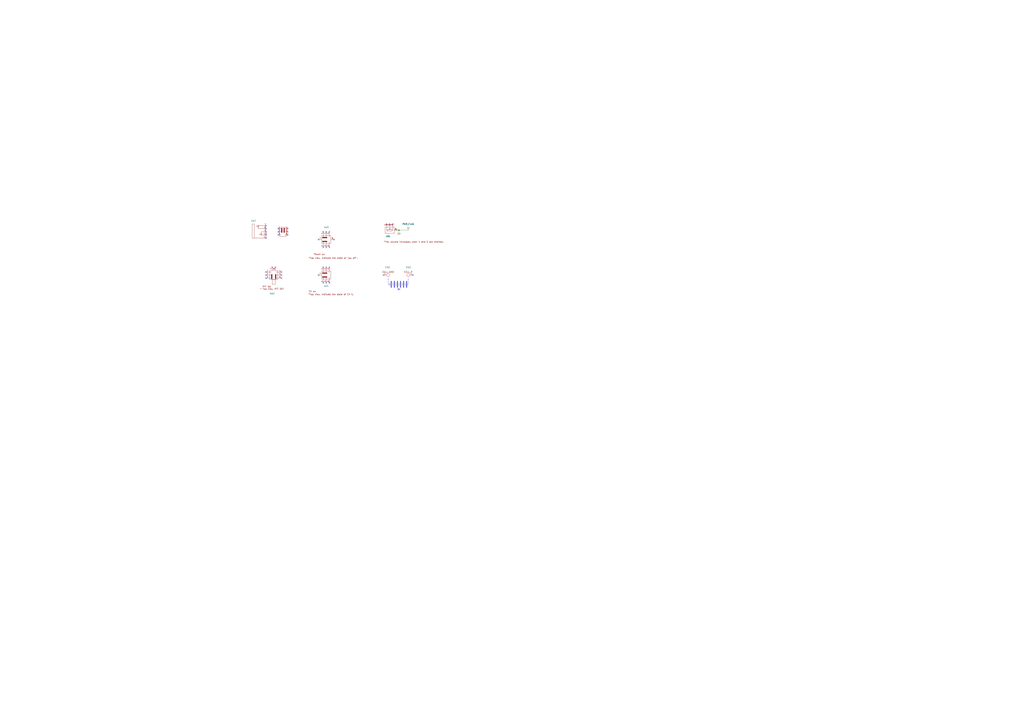
<source format=kicad_sch>
(kicad_sch (version 20211123) (generator eeschema)
  (paper "A1")
  (lib_symbols
    (symbol "27MHz_Library:icb33h_CELL_GND"
      (property "Reference" "CN" (at 0 6.35 0))
      (property "Value" "icb33h_CELL_GND" (at 0 3.81 0))
      (symbol "icb33h_CELL_GND_0_0"
        (text "CELL_GND" (at 0 -2.54 0) (effects (font (size 1.27 1.27))))
      )
      (symbol "icb33h_CELL_GND_0_1"
        (circle (center 0 0) (radius 1.27))
      )
      (symbol "icb33h_CELL_GND_1_1"
        (pin passive line (at -3.81 0 0) (length 2.54) (name "") (number "1"))
      )
    )
    (symbol "27MHz_Library:icb33h_CELL_P"
      (property "Reference" "CN" (at 0 6.35 0))
      (property "Value" "icb33h_CELL_P" (at 0 3.81 0))
      (symbol "icb33h_CELL_P_0_0"
        (text "CELL_P" (at 0 -2.54 0) (effects (font (size 1.27 1.27))))
      )
      (symbol "icb33h_CELL_P_0_1"
        (circle (center 0 0) (radius 1.27))
      )
      (symbol "icb33h_CELL_P_1_1"
        (pin passive line (at -3.81 0 0) (length 2.54) (name "") (number "1"))
      )
    )
    (symbol "27MHz_Library:icb33h_GND" (power) (pin_names (offset 0))
      (property "Value" "icb33h_GND" (at 0 -3.81 0))
      (symbol "icb33h_GND_0_1"
        (polyline (pts (xy 0 0) (xy 0 -1.27) (xy 1.27 -1.27) (xy 0 -2.54) (xy -1.27 -1.27) (xy 0 -1.27)))
      )
      (symbol "icb33h_GND_1_1"
        (pin power_in line (at 0 0 270) (length 0) hide (name "GND") (number "1"))
      )
    )
    (symbol "27MHz_Library:icb33h_ch_sw"
      (property "Reference" "sw" (at -5.715 12.7 0))
      (property "Value" "icb33h_ch_sw" (at -0.635 14.605 0))
      (symbol "icb33h_ch_sw_0_0"
        (rectangle (start -3.81 3.175) (end 3.81 -3.175))
        (rectangle (start -3.175 -1.27) (end 0.635 -1.905) (fill (type outline)))
        (rectangle (start -3.175 1.905) (end 0.635 1.27) (fill (type outline)))
        (polyline (pts (xy -2.54 -1.905) (xy -2.54 -3.81)))
        (polyline (pts (xy -2.54 3.81) (xy -2.54 1.905)))
        (polyline (pts (xy 0 -3.81) (xy 0 -1.905)))
        (polyline (pts (xy 0 3.81) (xy 0 1.905)))
        (polyline (pts (xy 2.54 -3.81) (xy 2.54 -1.905)))
        (polyline (pts (xy 2.54 3.175) (xy 2.54 1.905)))
        (text "*Top view, Indicate the state of Ch A." (at 3.81 -15.875 0) (effects (font (size 1.27 1.27))))
        (text "Ch sw" (at -11.43 -13.335 0) (effects (font (size 1.27 1.27))))
      )
      (symbol "icb33h_ch_sw_0_1"
        (polyline (pts (xy 2.54 3.81) (xy 2.54 3.175)))
      )
      (symbol "icb33h_ch_sw_1_1"
        (pin passive line (at -2.54 6.35 270) (length 2.54) (name "") (number "1"))
        (pin passive line (at 0 6.35 270) (length 2.54) (name "") (number "2"))
        (pin passive line (at 2.54 6.35 270) (length 2.54) (name "") (number "3"))
        (pin passive line (at -2.54 -6.35 90) (length 2.54) (name "") (number "4"))
        (pin passive line (at 0 -6.35 90) (length 2.54) (name "") (number "5"))
        (pin passive line (at 2.54 -6.35 90) (length 2.54) (name "") (number "6"))
        (pin passive line (at -6.35 0 0) (length 2.54) (name "") (number "7"))
      )
    )
    (symbol "27MHz_Library:icb33h_ph2"
      (property "Reference" "CN" (at -5.08 14.605 0))
      (property "Value" "icb33h_ph2" (at -0.635 12.7 0))
      (symbol "icb33h_ph2_0_0"
        (polyline (pts (xy -13.97 8.89) (xy -14.605 7.62)))
        (polyline (pts (xy -11.43 1.27) (xy -12.065 2.54)))
        (polyline (pts (xy -11.43 3.81) (xy -8.89 3.81)))
        (polyline (pts (xy 3.81 1.27) (xy 5.08 1.27)))
        (polyline (pts (xy 3.81 3.81) (xy 5.08 3.81)))
        (polyline (pts (xy 3.81 6.35) (xy 5.08 6.35)))
        (polyline (pts (xy 7.62 1.27) (xy 8.89 1.27)))
        (polyline (pts (xy 7.62 3.81) (xy 8.89 3.81)))
        (polyline (pts (xy 7.62 6.35) (xy 8.89 6.35)))
        (polyline (pts (xy -11.43 3.81) (xy -11.43 1.27) (xy -10.795 2.54)))
        (polyline (pts (xy -8.89 1.27) (xy -12.065 1.27) (xy -12.7 1.905) (xy -13.335 1.27)))
        (polyline (pts (xy -8.89 6.35) (xy -13.97 6.35) (xy -13.97 8.89) (xy -13.335 7.62)))
        (polyline (pts (xy -8.89 8.89) (xy -14.605 8.89) (xy -15.24 8.255) (xy -15.875 8.89)))
        (polyline (pts (xy -8.89 -1.27) (xy -17.145 -1.27) (xy -17.145 10.16) (xy -19.05 10.16) (xy -19.05 -1.27) (xy -17.145 -1.27)))
        (rectangle (start 3.81 7.62) (end 8.89 0))
        (rectangle (start 5.08 6.985) (end 5.715 3.175) (fill (type outline)))
        (rectangle (start 6.985 6.985) (end 7.62 3.175) (fill (type outline)))
      )
      (symbol "icb33h_ph2_1_1"
        (pin passive line (at 2.54 6.35 0) (length 1.27) (name "") (number "1"))
        (pin passive line (at -7.62 1.27 180) (length 1.27) (name "") (number "10"))
        (pin passive line (at -7.62 -1.27 180) (length 1.27) (name "") (number "11"))
        (pin passive line (at 2.54 3.81 0) (length 1.27) (name "") (number "2"))
        (pin passive line (at 2.54 1.27 0) (length 1.27) (name "") (number "3"))
        (pin passive line (at 10.16 6.35 180) (length 1.27) (name "") (number "4"))
        (pin passive line (at 10.16 3.81 180) (length 1.27) (name "") (number "5"))
        (pin passive line (at 10.16 1.27 180) (length 1.27) (name "") (number "6"))
        (pin passive line (at -7.62 8.89 180) (length 1.27) (name "") (number "7"))
        (pin passive line (at -7.62 6.35 180) (length 1.27) (name "") (number "8"))
        (pin passive line (at -7.62 3.81 180) (length 1.27) (name "") (number "9"))
      )
    )
    (symbol "27MHz_Library:icb33h_ptt_sw2"
      (property "Reference" "SW" (at -5.08 14.605 0))
      (property "Value" "icb33h_ptt_sw2" (at 0.635 12.7 0))
      (symbol "icb33h_ptt_sw2_0_0"
        (rectangle (start -3.175 3.81) (end 3.175 -3.81))
        (rectangle (start -1.905 0.635) (end -1.27 -3.175) (fill (type outline)))
        (rectangle (start -1.27 -3.81) (end 1.27 -7.62))
        (polyline (pts (xy -3.81 0) (xy -1.905 0)))
        (polyline (pts (xy -3.81 2.54) (xy -1.905 2.54)))
        (polyline (pts (xy -1.905 -2.54) (xy -3.81 -2.54)))
        (polyline (pts (xy 3.81 -2.54) (xy 1.905 -2.54)))
        (polyline (pts (xy 3.81 0) (xy 1.905 0)))
        (polyline (pts (xy 3.81 2.54) (xy 1.905 2.54)))
        (rectangle (start 1.27 0.635) (end 1.905 -3.175) (fill (type outline)))
        (text "* Top view, PTT OFF" (at -1.27 -11.43 0) (effects (font (size 1.27 1.27))))
        (text "PTT SW" (at -5.715 -9.525 0) (effects (font (size 1.27 1.27))))
      )
      (symbol "icb33h_ptt_sw2_1_1"
        (pin passive line (at -6.35 2.54 0) (length 2.54) (name "") (number "1"))
        (pin passive line (at -6.35 0 0) (length 2.54) (name "") (number "2"))
        (pin passive line (at -6.35 -2.54 0) (length 2.54) (name "") (number "3"))
        (pin passive line (at 6.35 2.54 180) (length 2.54) (name "") (number "4"))
        (pin passive line (at 6.35 0 180) (length 2.54) (name "") (number "5"))
        (pin passive line (at 6.35 -2.54 180) (length 2.54) (name "") (number "6"))
        (pin passive line (at -1.27 6.35 270) (length 2.54) (name "") (number "7"))
        (pin passive line (at 1.27 6.35 270) (length 2.54) (name "") (number "8"))
      )
    )
    (symbol "27MHz_Library:icb33h_pw_sw"
      (property "Reference" "sw" (at -5.715 12.7 0))
      (property "Value" "icb33h_pw_sw" (at -0.635 14.605 0))
      (symbol "icb33h_pw_sw_0_0"
        (rectangle (start -3.81 3.175) (end 3.81 -3.175))
        (rectangle (start -3.175 -1.27) (end 0.635 -1.905) (fill (type outline)))
        (rectangle (start -3.175 1.905) (end 0.635 1.27) (fill (type outline)))
        (polyline (pts (xy -2.54 -1.905) (xy -2.54 -3.81)))
        (polyline (pts (xy -2.54 3.81) (xy -2.54 1.905)))
        (polyline (pts (xy 0 -3.81) (xy 0 -1.905)))
        (polyline (pts (xy 0 3.81) (xy 0 1.905)))
        (polyline (pts (xy 2.54 -3.81) (xy 2.54 -1.905)))
        (polyline (pts (xy 2.54 3.81) (xy 2.54 1.905)))
        (text "*Top view, Indicate the state of \"pw off\"." (at 5.715 -15.24 0) (effects (font (size 1.27 1.27))))
        (text "Power sw" (at -5.715 -12.065 0) (effects (font (size 1.27 1.27))))
      )
      (symbol "icb33h_pw_sw_1_1"
        (pin passive line (at -2.54 6.35 270) (length 2.54) (name "") (number "1"))
        (pin passive line (at 0 6.35 270) (length 2.54) (name "") (number "2"))
        (pin passive line (at 2.54 6.35 270) (length 2.54) (name "") (number "3"))
        (pin passive line (at -2.54 -6.35 90) (length 2.54) (name "") (number "4"))
        (pin passive line (at 0 -6.35 90) (length 2.54) (name "") (number "5"))
        (pin passive line (at 2.54 -6.35 90) (length 2.54) (name "") (number "6"))
        (pin passive line (at -6.35 0 0) (length 2.54) (name "") (number "7"))
        (pin passive line (at 6.35 0 180) (length 2.54) (name "") (number "8"))
      )
    )
    (symbol "27MHz_Library:icb33h_pw_vr"
      (property "Reference" "VR" (at -3.81 -4.445 0))
      (property "Value" "icb33h_pw_vr" (at 1.27 -6.985 0))
      (symbol "icb33h_pw_vr_0_0"
        (rectangle (start -1.905 0.635) (end 1.905 -0.635))
        (polyline (pts (xy 0 0.635) (xy -0.635 1.27)))
        (polyline (pts (xy -1.905 0) (xy -2.54 0) (xy -2.54 3.81)))
        (polyline (pts (xy 0 3.81) (xy 0 0.635) (xy 0.635 1.27)))
        (polyline (pts (xy 1.905 0) (xy 2.54 0) (xy 2.54 3.81)))
        (rectangle (start 3.81 2.54) (end -3.81 -2.54))
        (text "*The volume increases when 1 and 2 are shorted." (at 19.685 -9.525 0) (effects (font (size 1.27 1.27))))
      )
      (symbol "icb33h_pw_vr_0_1"
        (polyline (pts (xy 2.54 3.81) (xy 2.54 3.81)))
      )
      (symbol "icb33h_pw_vr_1_1"
        (pin passive line (at -2.54 5.08 270) (length 1.27) (name "") (number "1"))
        (pin passive line (at 0 5.08 270) (length 1.27) (name "") (number "2"))
        (pin passive line (at 2.54 5.08 270) (length 1.27) (name "") (number "3"))
        (pin passive line (at 6.35 0 180) (length 2.54) (name "") (number "5"))
      )
    )
    (symbol "power:PWR_FLAG" (power) (pin_numbers hide) (pin_names (offset 0) hide)
      (property "Value" "PWR_FLAG" (at 0 3.81 0))
      (symbol "PWR_FLAG_0_0"
        (pin power_out line (at 0 0 90) (length 0) (name "pwr") (number "1"))
      )
      (symbol "PWR_FLAG_0_1"
        (polyline (pts (xy 0 0) (xy 0 1.27) (xy -1.016 1.905) (xy 0 2.54) (xy 1.016 1.905) (xy 0 1.27)))
      )
    )
  )
  (junction (at 327.66 189.23))
  (no_connect (at 270.51 232.41))
  (no_connect (at 339.09 226.06))
  (no_connect (at 261.62 226.06))
  (no_connect (at 236.22 190.5))
  (no_connect (at 267.97 219.71))
  (no_connect (at 267.97 232.41))
  (no_connect (at 218.44 226.06))
  (no_connect (at 228.6 193.04))
  (no_connect (at 228.6 190.5))
  (no_connect (at 226.06 219.71))
  (no_connect (at 314.96 226.06))
  (no_connect (at 270.51 203.2))
  (no_connect (at 322.58 184.15))
  (no_connect (at 261.62 196.85))
  (no_connect (at 218.44 193.04))
  (no_connect (at 218.44 228.6))
  (no_connect (at 231.14 223.52))
  (no_connect (at 236.22 193.04))
  (no_connect (at 265.43 190.5))
  (no_connect (at 265.43 232.41))
  (no_connect (at 265.43 219.71))
  (no_connect (at 228.6 187.96))
  (no_connect (at 218.44 190.5))
  (no_connect (at 267.97 190.5))
  (no_connect (at 223.52 219.71))
  (no_connect (at 270.51 219.71))
  (no_connect (at 218.44 223.52))
  (no_connect (at 274.32 196.85))
  (no_connect (at 270.51 190.5))
  (no_connect (at 218.44 185.42))
  (no_connect (at 218.44 187.96))
  (no_connect (at 265.43 203.2))
  (no_connect (at 267.97 203.2))
  (no_connect (at 218.44 195.58))
  (no_connect (at 236.22 187.96))
  (no_connect (at 231.14 228.6))
  (no_connect (at 317.5 184.15))
  (no_connect (at 231.14 226.06))
  (no_connect (at 320.04 184.15))
  (polyline (pts (xy 326.39 231.14) (xy 326.39 236.22)) (stroke (width 0.5) (type solid)))
  (polyline (pts (xy 330.2 232.41) (xy 330.2 234.95)) (stroke (width 0) (type solid)))
  (wire (pts (xy 327.66 189.23) (xy 327.66 190.5)))
  (polyline (pts (xy 323.85 231.14) (xy 323.85 236.22)) (stroke (width 0.5) (type solid)))
  (polyline (pts (xy 318.77 228.6) (xy 318.77 233.68)))
  (polyline (pts (xy 328.93 231.14) (xy 328.93 236.22)) (stroke (width 0.5) (type solid)))
  (polyline (pts (xy 322.58 232.41) (xy 322.58 234.95)) (stroke (width 0) (type solid)))
  (polyline (pts (xy 334.01 231.14) (xy 334.01 236.22)) (stroke (width 0.5) (type solid)))
  (polyline (pts (xy 321.31 231.14) (xy 321.31 236.22)) (stroke (width 0.5) (type solid)))
  (polyline (pts (xy 332.74 232.41) (xy 332.74 234.95)) (stroke (width 0) (type solid)))
  (polyline (pts (xy 335.28 228.6) (xy 335.28 233.68)))
  (polyline (pts (xy 331.47 231.14) (xy 331.47 236.22)) (stroke (width 0.5) (type solid)))
  (polyline (pts (xy 327.66 232.41) (xy 327.66 234.95)) (stroke (width 0) (type solid)))
  (wire (pts (xy 327.66 189.23) (xy 335.28 189.23)))
  (polyline (pts (xy 320.04 233.68) (xy 318.77 233.68)))
  (wire (pts (xy 326.39 189.23) (xy 327.66 189.23)))
  (polyline (pts (xy 320.04 232.41) (xy 320.04 234.95)) (stroke (width 0) (type solid)))
  (polyline (pts (xy 325.12 232.41) (xy 325.12 234.95)) (stroke (width 0) (type solid)))
  (polyline (pts (xy 335.28 233.68) (xy 334.01 233.68)))
  (text "9V" (at 326.39 238.76 0) (effects (font (size 1.27 1.27)) (justify left bottom)))
  (symbol (lib_id "27MHz_Library:icb33h_pw_vr") (at 320.04 189.23 0) (unit 1)
    (property "Reference" "VR1" (at 318.77 194.31 0))
    (property "Value" "icb33h_pw_vr" (effects hide))
    (property "Footprint" "27MHz_Libraly:icb33h_vr_rev2" (effects hide))
  )
  (symbol (lib_id "power:PWR_FLAG") (at 335.28 189.23 0) (unit 1)
    (property "Reference" "#FLG01" (effects hide))
    (property "Value" "PWR_FLAG" (at 335.28 184.15 0))
  )
  (symbol (lib_id "27MHz_Library:icb33h_pw_sw") (at 267.97 196.85 0) (unit 1)
    (property "Reference" "sw3" (at 267.97 186.69 0))
    (property "Value" "icb33h_pw_sw" (effects hide))
    (property "Footprint" "27MHz_Libraly:icb33h_sw" (effects hide))
  )
  (symbol (lib_id "27MHz_Library:icb33h_GND") (at 327.66 190.5 0) (unit 1)
    (property "Reference" "#PWR040" (effects hide))
    (property "Value" "icb33h_GND" (effects hide))
  )
  (symbol (lib_id "27MHz_Library:icb33h_CELL_P") (at 335.28 226.06 180) (unit 1)
    (property "Reference" "CN3" (at 335.2799 219.71 0))
    (property "Value" "icb33h_CELL_P" (effects hide))
    (property "Footprint" "27MHz_Libraly:icb33h_CELL_P" (effects hide))
  )
  (symbol (lib_id "27MHz_Library:icb33h_ptt_sw2") (at 224.79 226.06 0) (unit 1)
    (property "Reference" "SW2" (at 223.52 241.3 0))
    (property "Value" "icb33h_ptt_sw2" (effects hide))
    (property "Footprint" "27MHz_Libraly:icb33h_ptt_sw_rev2" (effects hide))
  )
  (symbol (lib_id "27MHz_Library:icb33h_CELL_GND") (at 318.77 226.06 0) (mirror x) (unit 1)
    (property "Reference" "CN2" (at 316.23 219.71 0) (effects (justify left)))
    (property "Value" "icb33h_CELL_GND" (effects hide))
    (property "Footprint" "27MHz_Libraly:icb33h_CELL_GND" (effects hide))
  )
  (symbol (lib_id "27MHz_Library:icb33h_ch_sw") (at 267.97 226.06 0) (unit 1)
    (property "Reference" "sw1" (at 267.97 234.95 0))
    (property "Value" "icb33h_ch_sw" (effects hide))
    (property "Footprint" "27MHz_Libraly:icb33h_sw_2" (effects hide))
  )
  (symbol (lib_id "27MHz_Library:icb33h_ph2") (at 226.06 194.31 0) (unit 1)
    (property "Reference" "CN7" (at 208.28 181.61 0))
    (property "Value" "icb33h_ph2" (effects hide))
    (property "Footprint" "27MHz_Libraly:icb33h_ph" (effects hide))
  )
)
</source>
